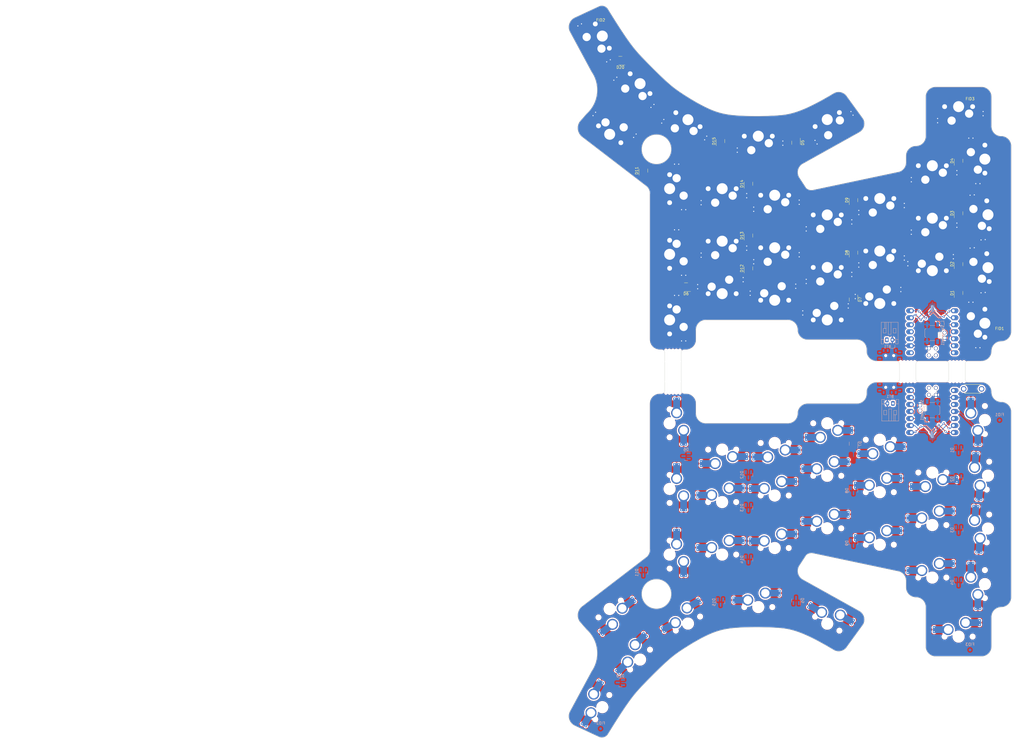
<source format=kicad_pcb>
(kicad_pcb (version 20221018) (generator pcbnew)
  (layers (0 "F.Cu" signal) (31 "B.Cu" signal) (34 "B.Paste" user) (35 "F.Paste" user) (36 "B.SilkS" user "B.Silkscreen") (37 "F.SilkS" user "F.Silkscreen") (38 "B.Mask" user) (39 "F.Mask" user) (44 "Edge.Cuts" user))
  (net 0 "")
  (net 1 "VBAT")
  (net 2 "GND")
  (net 3 "ROW1")
  (net 4 "ROW2")
  (net 5 "ROW3")
  (net 6 "ROW4")
  (net 7 "Net-(D11-A2)")
  (net 8 "ROW5")
  (net 9 "ROW0")
  (net 10 "VCC")
  (net 14 "RESET")
  (net 15 "BAT+")
  (net 16 "COL5")
  (net 17 "COL4")
  (net 18 "COL3")
  (net 19 "COL2")
  (net 20 "COL1")
  (net 21 "Net-(D1-A1)")
  (net 22 "Net-(D1-A2)")
  (net 23 "Net-(D2-A1)")
  (net 24 "Net-(D2-A2)")
  (net 25 "Net-(D3-A1)")
  (net 26 "Net-(D3-A2)")
  (net 27 "Net-(D4-A1)")
  (net 28 "Net-(D4-A2)")
  (net 29 "Net-(D6-A1)")
  (net 30 "Net-(D6-A2)")
  (net 31 "Net-(D7-A1)")
  (net 32 "Net-(D7-A2)")
  (net 33 "Net-(D8-A1)")
  (net 34 "Net-(D8-A2)")
  (net 35 "Net-(D9-A1)")
  (net 36 "Net-(D9-A2)")
  (net 37 "Net-(D11-A1)")
  (net 38 "Net-(D12-A1)")
  (net 39 "Net-(D12-A2)")
  (net 40 "Net-(D13-A1)")
  (net 41 "Net-(D13-A2)")
  (net 42 "Net-(D14-A1)")
  (net 43 "Net-(D14-A2)")
  (net 44 "Net-(D15-A1)")
  (net 45 "Net-(D15-A2)")
  (net 47 "Net-(D20-A1)")
  (net 48 "Net-(D20-A2)")
  (net 49 "COL0")
  (net 50 "Net-(D5-A1)")
  (net 51 "Net-(D5-A2)")
  (net 52 "L_VBAT")
  (net 54 "L_BAT+")
  (net 55 "L_RESET")
  (net 56 "L_ROW1")
  (net 57 "L_ROW2")
  (net 58 "L_ROW3")
  (net 59 "L_ROW4")
  (net 60 "L_ROW5")
  (net 61 "L_COL5")
  (net 62 "L_COL4")
  (net 63 "L_COL3")
  (net 64 "L_COL2")
  (net 65 "L_COL1")
  (net 66 "L_COL0")
  (net 67 "L_VCC")
  (footprint "pretty:breakaway-mousebites" (layer "F.Cu") (at 143.470433 149.423563)
    (fp_text reference "REF**" hide)
    (fp_text value "breakaway-mousebites" hide)
  )
  (footprint "pretty:xiao-ble-smd-cutout" (layer "F.Cu") (at 152.400128 131.087937 180)
    (fp_text reference "L_U1" hide)
    (fp_text value "xiao-ble" hide)
    (fp_line (start -4.699 -0.7488) (end -4.699 -1.7902) (stroke (width 0.12)) (layer "Edge.Cuts"))
    (fp_line (start -4.0132 -2.476) (end -2.413 -2.476) (stroke (width 0.12)) (layer "Edge.Cuts"))
    (fp_line (start -2.413 -0.063) (end -4.0132 -0.063) (stroke (width 0.12)) (layer "Edge.Cuts"))
    (fp_line (start -2.032 -2.095) (end -2.032 -0.444) (stroke (width 0.12)) (layer "Edge.Cuts"))
    (fp_line (start -1.524 -6.4638) (end -1.524 -8.1402) (stroke (width 0.12)) (layer "Edge.Cuts"))
    (fp_line (start -0.8382 -8.826) (end 0.8382 -8.826) (stroke (width 0.12)) (layer "Edge.Cuts"))
    (fp_line (start -0.8382 -5.778) (end 0.8382 -5.778) (stroke (width 0.12)) (layer "Edge.Cuts"))
    (fp_line (start 1.524 -6.4638) (end 1.524 -8.1402) (stroke (width 0.12)) (layer "Edge.Cuts"))
    (fp_arc (start -4.699 -0.7488) (mid -4.095391 -0.666609) (end -4.0132 -0.063) (stroke (width 0.12)) (layer "Edge.Cuts"))
    (fp_arc (start -4.0132 -2.476) (mid -4.095391 -1.872391) (end -4.699 -1.7902) (stroke (width 0.12)) (layer "Edge.Cuts"))
    (fp_arc (start -2.413 -2.476) (mid -2.143592 -2.364408) (end -2.032 -2.095) (stroke (width 0.12)) (layer "Edge.Cuts"))
    (fp_arc (start -2.032 -0.444) (mid -2.143592 -0.174592) (end -2.413 -0.063) (stroke (width 0.12)) (layer "Edge.Cuts"))
    (fp_arc (start -1.524 -6.4638) (mid -0.920391 -6.381609) (end -0.8382 -5.778) (stroke (width 0.12)) (layer "Edge.Cuts"))
    (fp_arc (start -0.8382 -8.826) (mid -0.920391 -8.222391) (end -1.524 -8.1402) (stroke (width 0.12)) (layer "Edge.Cuts"))
    (fp_arc (start 0.8382 -5.778) (mid 0.920391 -6.381609) (end 1.524 -6.4638) (stroke (width 0.12)) (layer "Edge.Cuts"))
    (fp_arc (start 1.524 -8.1402) (mid 0.920393 -8.222393) (end 0.8382 -8.826) (stroke (width 0.12)) (layer "Edge.Cuts"))
  )
  (footprint "pretty:MX-1U-Hotswap" (layer "F.Cu") (at 63.793996 236.96352 30)
    (fp_text reference "S43")
    (fp_text value "SW" hide)
  )
  (footprint "Package_TO_SOT_SMD:SOT-23" (layer "F.Cu") (at 161.925096 88.106353 90)
    (fp_text reference "D3")
    (fp_text value "BAV70")
  )
  (footprint "pretty:MX-1U-Hotswap" (layer "F.Cu") (at 114.300096 88.701653 180)
    (fp_text reference "L_S33")
    (fp_text value "SW" hide)
  )
  (footprint "pretty:MX-1U-Hotswap" (layer "F.Cu") (at 114.300096 107.751653 180)
    (fp_text reference "L_S23")
    (fp_text value "SW" hide)
  )
  (footprint "pretty:xiao-ble-smd-cutout" (layer "F.Cu") (at 152.400128 160.02012)
    (fp_text reference "U1" hide)
    (fp_text value "xiao-ble" hide)
    (fp_line (start -4.699 -0.7488) (end -4.699 -1.7902) (stroke (width 0.12)) (layer "Edge.Cuts"))
    (fp_line (start -4.0132 -2.476) (end -2.413 -2.476) (stroke (width 0.12)) (layer "Edge.Cuts"))
    (fp_line (start -2.413 -0.063) (end -4.0132 -0.063) (stroke (width 0.12)) (layer "Edge.Cuts"))
    (fp_line (start -2.032 -2.095) (end -2.032 -0.444) (stroke (width 0.12)) (layer "Edge.Cuts"))
    (fp_line (start -1.524 -6.4638) (end -1.524 -8.1402) (stroke (width 0.12)) (layer "Edge.Cuts"))
    (fp_line (start -0.8382 -8.826) (end 0.8382 -8.826) (stroke (width 0.12)) (layer "Edge.Cuts"))
    (fp_line (start -0.8382 -5.778) (end 0.8382 -5.778) (stroke (width 0.12)) (layer "Edge.Cuts"))
    (fp_line (start 1.524 -6.4638) (end 1.524 -8.1402) (stroke (width 0.12)) (layer "Edge.Cuts"))
    (fp_arc (start -4.699 -0.7488) (mid -4.095391 -0.666609) (end -4.0132 -0.063) (stroke (width 0.12)) (layer "Edge.Cuts"))
    (fp_arc (start -4.0132 -2.476) (mid -4.095391 -1.872391) (end -4.699 -1.7902) (stroke (width 0.12)) (layer "Edge.Cuts"))
    (fp_arc (start -2.413 -2.476) (mid -2.143592 -2.364408) (end -2.032 -2.095) (stroke (width 0.12)) (layer "Edge.Cuts"))
    (fp_arc (start -2.032 -0.444) (mid -2.143592 -0.174592) (end -2.413 -0.063) (stroke (width 0.12)) (layer "Edge.Cuts"))
    (fp_arc (start -1.524 -6.4638) (mid -0.920391 -6.381609) (end -0.8382 -5.778) (stroke (width 0.12)) (layer "Edge.Cuts"))
    (fp_arc (start -0.8382 -8.826) (mid -0.920391 -8.222391) (end -1.524 -8.1402) (stroke (width 0.12)) (layer "Edge.Cuts"))
    (fp_arc (start 0.8382 -5.778) (mid 0.920391 -6.381609) (end 1.524 -6.4638) (stroke (width 0.12)) (layer "Edge.Cuts"))
    (fp_arc (start 1.524 -8.1402) (mid 0.920393 -8.222393) (end 0.8382 -8.826) (stroke (width 0.12)) (layer "Edge.Cuts"))
  )
  (footprint "pretty:MX-1U-Hotswap" (layer "F.Cu") (at 172.576196 183.28552 85)
    (fp_text reference "S10")
    (fp_text value "SW" hide)
  )
  (footprint "pretty:breakaway-mousebites" (layer "F.Cu") (at 58.340674 153.590754)
    (fp_text reference "REF**" hide)
    (fp_text value "breakaway-mousebites" hide)
  )
  (footprint "pretty:MX-1U-Hotswap" (layer "F.Cu") (at 133.350096 170.25952 180)
    (fp_text reference "S12")
    (fp_text value "SW" hide)
  )
  (footprint "Package_TO_SOT_SMD:SOT-23" (layer "F.Cu") (at 161.925096 117.023553 90)
    (fp_text reference "D1")
    (fp_text value "BAV70")
  )
  (footprint "pretty:MX-1U-Hotswap" (layer "F.Cu") (at 152.400096 201.21582)
    (fp_text reference "S21")
    (fp_text value "SW" hide)
  )
  (footprint "pretty:MX-1U-Hotswap" (layer "F.Cu") (at 95.250096 171.45022 180)
    (fp_text reference "S14")
    (fp_text value "SW" hide)
  )
  (footprint "Fiducial:Fiducial_1mm_Mask2mm" (layer "F.Cu") (at 176.775194 127.927925 180)
    (fp_text reference "FID1")
    (fp_text value "Fiducial")
  )
  (footprint "pretty:MX-1U-Hotswap" (layer "F.Cu") (at 152.400096 220.26582)
    (fp_text reference "S31")
    (fp_text value "SW" hide)
  )
  (footprint "pretty:MX-1U-Hotswap" (layer "F.Cu") (at 57.150096 126.801653 -90)
    (fp_text reference "L_S2")
    (fp_text value "SW" hide)
  )
  (footprint "Package_TO_SOT_SMD:SOT-23" (layer "F.Cu") (at 161.925096 106.561053 90)
    (fp_text reference "D2")
    (fp_text value "BAV70")
  )
  (footprint "pretty:MX-1U-Hotswap" (layer "F.Cu") (at 152.400096 108.942253)
    (fp_text reference "L_S11")
    (fp_text value "SW" hide)
  )
  (footprint "pretty:MX-1U-Hotswap" (layer "F.Cu") (at 171.450096 222.64702 90)
    (fp_text reference "S30")
    (fp_text value "SW" hide)
  )
  (footprint "pretty:MX-1U-Hotswap" (layer "F.Cu") (at 76.200096 117.276653)
    (fp_text reference "L_S15")
    (fp_text value "SW" hide)
  )
  (footprint "pretty:MX-1U-Hotswap" (layer "F.Cu") (at 171.450096 163.11582 90)
    (fp_text reference "S0")
    (fp_text value "SW" hide)
  )
  (footprint "pretty:MX-1U-Hotswap" (layer "F.Cu") (at 89.296896 230.98152)
    (fp_text reference "S42")
    (fp_text value "SW" hide)
  )
  (footprint "Package_TO_SOT_SMD:SOT-23" (layer "F.Cu") (at 85.725096 108.093853 90)
    (fp_text reference "D12")
    (fp_text value "BAV70")
  )
  (footprint "pretty:MX-1U-Hotswap" (layer "F.Cu") (at 57.149996 211.93152 -90)
    (fp_text reference "S4")
    (fp_text value "SW" hide)
  )
  (footprint "pretty:MX-1U-Hotswap" (layer "F.Cu") (at 46.434396 250.03142 45)
    (fp_text reference "S44")
    (fp_text value "SW" hide)
  )
  (footprint "pretty:breakaway-mousebites" (layer "F.Cu") (at 161.329823 149.423563)
    (fp_text reference "REF**" hide)
    (fp_text value "breakaway-mousebites" hide)
  )
  (footprint "pretty:MX-1U-Hotswap" (layer "F.Cu") (at 32.742096 267.29562 60)
    (fp_text reference locked "S45")
    (fp_text value "SW" hide)
  )
  (footprint "pretty:breakaway-mousebites" (layer "F.Cu") (at 58.340674 141.684494 180)
    (fp_text reference "REF**" hide)
    (fp_text value "breakaway-mousebites" hide)
  )
  (footprint "pretty:MX-1U-Hotswap" (layer "F.Cu") (at 35.412796 231.66412 -143)
    (fp_text reference "S5")
    (fp_text value "SW" hide)
  )
  (footprint "pretty:MX-1U-Hotswap" (layer "F.Cu") (at 76.200096 211.93142)
    (fp_text reference "S35")
    (fp_text value "SW" hide)
  )
  (footprint "pretty:MX-1U-Hotswap" (layer "F.Cu") (at 95.250096 100.607853 180)
    (fp_text reference "L_S24")
    (fp_text value "SW" hide)
  )
  (footprint "pretty:MX-1U-Hotswap" (layer "F.Cu") (at 57.150096 102.989153 -90)
    (fp_text reference "L_S3")
    (fp_text value "SW" hide)
  )
  (footprint "Package_TO_SOT_SMD:SOT-23" (layer "F.Cu") (at 85.724996 96.187553 90)
    (fp_text reference "D13")
    (fp_text value "BAV70")
  )
  (footprint "Package_TO_SOT_SMD:SOT-23" (layer "F.Cu") (at 102.989096 62.507853 -90)
    (fp_text reference "D5")
    (fp_text value "BAV70")
  )
  (footprint "pretty:breakaway-mousebites" (layer "F.Cu") (at 161.329823 141.684494 180)
    (fp_text reference "REF**" hide)
    (fp_text value "breakaway-mousebites" hide)
  )
  (footprint "pretty:MX-1U-Hotswap" (layer "F.Cu") (at 114.300096 202.40642)
    (fp_text reference "S33")
    (fp_text value "SW" hide)
  )
  (footprint "Package_TO_SOT_SMD:SOT-23" (layer "F.Cu") (at 161.925096 69.056253 90)
    (fp_text reference "D4")
    (fp_text value "BAV70")
  )
  (footprint "pretty:PushSW" (layer "F.Cu") (at 167.009518 151.804815)
    (fp_text reference "S1" hide)
    (fp_text value "SW_Push")
  )
  (footprint "pretty:MX-1U-Hotswap" (layer "F.Cu") (at 171.450096 127.992253 90)
    (fp_text reference "L_S0")
    (fp_text value "SW" hide)
  )
  (footprint "pretty:MX-1U-Hotswap" (layer "F.Cu") (at 95.250096 190.50022)
    (fp_text reference "S24")
    (fp_text value "SW" hide)
  )
  (footprint "pretty:breakaway-mousebites" (layer "F.Cu") (at 58.340674 137.517303 180)
    (fp_text reference "REF**" hide)
    (fp_text value "breakaway-mousebites" hide)
  )
  (footprint "Package_TO_SOT_SMD:SOT-23" (layer "F.Cu") (at 123.825096 83.343853 90)
    (fp_text reference "D9")
    (fp_text value "BAV70")
  )
  (footprint "pretty:MX-1U-Hotswap" (layer "F.Cu") (at 76.200096 192.88142)
    (fp_text reference "S25")
    (fp_text value "SW" hide)
  )
  (footprint "pretty:breakaway-mousebites" (layer "F.Cu") (at 58.340674 149.423563)
    (fp_text reference "REF**" hide)
    (fp_text value "breakaway-mousebites" hide)
  )
  (footprint "pretty:MX-1U-Hotswap" (layer "F.Cu") (at 114.300096 183.35642)
    (fp_text reference "S23")
    (fp_text value "SW" hide)
  )
  (footprint "Fiducial:Fiducial_1mm_Mask2mm" (layer "F.Cu") (at 166.05956 44.584105 180)
    (fp_text reference "FID3")
    (fp_text value "Fiducial")
  )
  (footprint "pretty:MX-1U-Hotswap" (layer "F.Cu") (at 57.149996 79.176553 -90)
    (fp_text reference "L_S4")
    (fp_text value "SW" hide)
  )
  (footprint "Package_TO_SOT_SMD:SOT-23" (layer "F.Cu") (at 123.825104 119.404803 -90)
    (fp_text reference "D7")
    (fp_text value "BAV70")
  )
  (footprint "pretty:MX-1U-Hotswap" (layer "F.Cu") (at 152.400096 89.892253 180)
    (fp_text reference "L_S21")
    (fp_text value "SW" hide)
  )
  (footprint "pretty:MX-1U-Hotswap" (layer "F.Cu") (at 171.450096 68.461053 90)
    (fp_text reference "L_S30")
    (fp_text value "SW" hide)
  )
  (footprint "pretty:MX-1U-Hotswap" (layer "F.Cu") (at 95.250096 81.557853 180)
    (fp_text reference "L_S34")
    (fp_text value "SW" hide)
  )
  (footprint "pretty:MX-1U-Hotswap" (layer "F.Cu") (at 133.350096 189.30952)
    (fp_text reference "S22")
    (fp_text value "SW" hide)
  )
  (footprint "pretty:MX-1U-Hotswap" (layer "F.Cu") (at 161.925096 49.410953 180)
    (fp_text reference "L_S40")
    (fp_text value "SW" hide)
  )
  (footprint "pretty:MX-1U-Hotswap" (layer "F.Cu") (at 114.300096 126.801653)
    (fp_text reference "L_S13")
    (fp_text value "SW" hide)
  )
  (footprint "pretty:MX-1U-Hotswap" (layer "F.Cu") (at 89.296896 60.126553 180)
    (fp_text reference "L_S42")
    (fp_text value "SW" hide)
  )
  (footprint "Package_TO_SOT_SMD:SOT-23" (layer "F.Cu") (at 47.624996 72.628153 90)
    (fp_text reference "D11")
    (fp_text value "BAV70")
  )
  (footprint "pretty:MX-1U-Hotswap" (layer "F.Cu") (at 57.150096 164.30642 -90)
    (fp_text reference "S2")
    (fp_text value "SW" hide)
  )
  (footprint "pretty:MX-1U-Hotswap" (layer "F.Cu") (at 76.200096 79.176653 180)
    (fp_text reference "L_S35")
    (fp_text value "SW" hide)
  )
  (footprint "Package_TO_SOT_SMD:SOT-23" (layer "F.Cu") (at 123.825096 102.393853 90)
    (fp_text reference "D8")
    (fp_text value "BAV70")
  )
  (footprint "pretty:MX-1U-Hotswap" (layer "F.Cu") (at 114.299996 54.102353 -150)
    (fp_text reference locked "L_S41")
    (fp_text value "SW" hide)
  )
  (footprint "pretty:MX-1U-Hotswap" (layer "F.Cu") (at 76.200096 173.83142 180)
    (fp_text reference "S15")
    (fp_text value "SW" hide)
  )
  (footprint "Fiducial:Fiducial_1mm_Mask2mm" (layer "F.Cu") (at 32.114135 16.009081 180)
    (fp_text reference "FID2")
    (fp_text value "Fiducial")
  )
  (footprint "pretty:MX-1U-Hotswap" (layer "F.Cu") (at 95.250096 209.55022)
    (fp_text reference "S34")
    (fp_text value "SW" hide)
  )
  (footprint "pretty:MX-1U-Hotswap" (layer "F.Cu") (at 133.350096 208.35952)
    (fp_text reference "S32")
    (fp_text value "SW" hide)
  )
  (footprint "pretty:MX-1U-Hotswap" (layer "F.Cu") (at 35.412796 59.443953 -37)
    (fp_text reference "L_S5")
    (fp_text value "SW" hide)
  )
  (footprint "Package_TO_SOT_SMD:SOT-23" (layer "F.Cu") (at 63.103096 114.895353 180)
    (fp_text reference "D6")
    (fp_text value "BAV70")
  )
  (footprint "pretty:MX-1U-Hotswap" (layer "F.Cu") (at 172.576196 202.46832 85)
    (fp_text reference "S20")
    (fp_text value "SW" hide)
  )
  (footprint "pretty:MX-1U-Hotswap" (layer "F.Cu") (at 63.793996 54.144553 150)
    (fp_text reference "L_S43")
    (fp_text value "SW" hide)
  )
  (footprint "pretty:MX-1U-Hotswap" (layer "F.Cu") (at 32.742096 23.812453 120)
    (fp_text reference locked "L_S45")
    (fp_text value "SW" hide)
  )
  (footprint "pretty:MX-1U-Hotswap" (layer "F.Cu") (at 133.350096 82.748553 180)
    (fp_text reference "L_S32")
    (fp_text value "SW" hide)
  )
  (footprint "pretty:MX-1U-Hotswap" (layer "F.Cu") (at 133.350096 120.848553)
    (fp_text reference "L_S12")
    (fp_text value "SW" hide)
  )
  (footprint "pretty:MX-1U-Hotswap" (layer "F.Cu") (at 57.150096 188.11892 -90)
    (fp_text reference "S3")
    (fp_text value "SW" hide)
  )
  (footprint "pretty:MX-1U-Hotswap" (layer "F.Cu") (at 114.299996 237.00572 -30)
    (fp_text reference locked "S41")
    (fp_text value "SW" hide)
  )
  (footprint "pretty:MX-1U-Hotswap" (layer "F.Cu") (at 161.925096 241.69712)
    (fp_text reference "S40")
    (fp_text value "SW" hide)
  )
  (footprint "pretty:MX-1U-Hotswap" (layer "F.Cu") (at 133.350096 101.798553 180)
    (fp_text reference "L_S22")
    (fp_text value "SW" hide)
  )
  (footprint "pretty:MX-1U-Hotswap" (layer "F.Cu") (at 95.250096 119.657853)
    (fp_text reference "L_S14")
    (fp_text value "SW" hide)
  )
  (footprint "pretty:MX-1U-Hotswap" (layer "F.Cu") (at 152.400096 182.16582 180)
    (fp_text reference "S11")
    (fp_text value "SW" hide)
  )
  (footprint "pretty:MX-1U-Hotswap" (layer "F.Cu") (at 114.300096 164.30642 180)
    (fp_text reference "S13")
    (fp_text value "SW" hide)
  )
  (footprint "Package_TO_SOT_SMD:SOT-23" (layer "F.Cu") (at 85.724996 77.390653 90)
    (fp_text reference "D14")
    (fp_text value "BAV70")
  )
  (footprint "pretty:MX-1U-Hotswap" (layer "F.Cu") (at 172.576196 88.639753 95)
    (fp_text reference "L_S20")
    (fp_text value "SW" hide)
  )
  (footprint "pretty:MX-1U-Hotswap" (layer "F.Cu") (at 76.200096 98.226653 180)
    (fp_text reference "L_S25")
    (fp_text value "SW" hide)
  )
  (footprint "pretty:MX-1U-Hotswap" (layer "F.Cu") (at 152.400096 70.842253 180)
    (fp_text reference "L_S31")
    (fp_text value "SW" hide)
  )
  (footprint "Package_TO_SOT_SMD:SOT-23" (layer "F.Cu") (at 39.290596 32.742153 180)
    (fp_text reference "D20")
    (fp_text value "BAV70")
  )
  (footprint "pretty:breakaway-mousebites" (layer "F.Cu") (at 143.470433 141.684494 180)
    (fp_text reference "REF**" hide)
    (fp_text value "breakaway-mousebites" hide)
  )
  (footprint "Package_TO_SOT_SMD:SOT-23" (layer "F.Cu") (at 75.604696 61.912553 90)
    (fp_text reference "D15")
    (fp_text value "BAV70")
  )
  (footprint "pretty:MX-1U-Hotswap" (layer "F.Cu") (at 172.576196 107.822553 95)
    (fp_text reference "L_S10")
    (fp_text value "SW" hide)
  )
  (footprint "pretty:MX-1U-Hotswap" (layer "F.Cu") (at 46.434396 41.076653 135)
    (fp_text reference "L_S44")
    (fp_text value "SW" hide)
  )
  (footprint "Fiducial:Fiducial_1mm_Mask2mm" (layer "B.Cu") (at 32.114135 275.098992 180)
    (fp_text reference "FID2")
    (fp_text value "Fiducial")
  )
  (footprint "Package_TO_SOT_SMD:SOT-23" (layer "B.Cu") (at 161.925096 203.00172 -90)
    (fp_text reference "D3")
    (fp_text value "BAV70")
  )
  (footprint "sepp:switch-MSK-12C02-smd" (layer "B.Cu") (at 136.94699 141.089181 90)
    (fp_text reference "L_SW_bat1")
    (fp_text value "SW_SPDT")
  )
  (footprint "Fiducial:Fiducial_1mm_Mask2mm" (layer "B.Cu") (at 166.05956 246.523968 180)
    (fp_text reference "FID3")
    (fp_text value "Fiducial")
  )
  (footprint "Button_Switch_SMD:SW_SPST_TL3342" (layer "B.Cu") (at 152.400128 131.564173 90)
    (fp_text reference "L_SW_reset1")
    (fp_text value "SW_Push")
  )
  (footprint "Package_TO_SOT_SMD:SOT-23" (layer "B.Cu") (at 85.724996 194.92052 -90)
    (fp_text reference "D13")
    (fp_text value "BAV70")
  )
  (footprint "Package_TO_SOT_SMD:SOT-23" (layer "B.Cu") (at 102.989096 228.60022 90)
    (fp_text reference "D5")
    (fp_text value "BAV70")
  )
  (footprint "Connector_JST:JST_PH_S2B-PH-K_1x02_P2.00mm_Horizontal" (layer "B.Cu") (at 138.112616 157.093884 180)
    (fp_text reference "BT1")
    (fp_text value "Battery_Cell")
  )
  (footprint "Package_TO_SOT_SMD:SOT-23" (layer "B.Cu") (at 85.725096 183.01422 -90)
    (fp_text reference "D12")
    (fp_text value "BAV70")
  )
  (footprint "Package_TO_SOT_SMD:SOT-23" (layer "B.Cu") (at 85.724996 213.71742 -90)
    (fp_text reference "D14")
    (fp_text value "BAV70")
  )
  (footprint "Package_TO_SOT_SMD:SOT-23" (layer "B.Cu") (at 47.624996 218.47992 -90)
    (fp_text reference "D11")
    (fp_text value "BAV70")
  )
  (footprint "sepp:switch-MSK-12C02-smd" (layer "B.Cu") (at 136.950096 149.90712 -90)
    (fp_text reference "SW_bat1")
    (fp_text value "SW_SPDT")
  )
  (footprint "Package_TO_SOT_SMD:SOT-23" (layer "B.Cu") (at 75.604696 229.19552 -90)
    (fp_text reference "D15")
    (fp_text value "BAV70")
  )
  (footprint "Connector_JST:JST_PH_S2B-PH-K_1x02_P2.00mm_Horizontal" (layer "B.Cu") (at 135.92199 134.014173)
    (fp_text reference "L_BT1")
    (fp_text value "Battery_Cell")
  )
  (footprint "Package_TO_SOT_SMD:SOT-23" (layer "B.Cu") (at 39.290596 258.36592 180)
    (fp_text reference "D20")
    (fp_text value "BAV70")
  )
  (footprint "Package_TO_SOT_SMD:SOT-23" (layer "B.Cu") (at 63.103096 176.21272 180)
    (fp_text reference "D6")
    (fp_text value "BAV70")
  )
  (footprint "Package_TO_SOT_SMD:SOT-23" (layer "B.Cu") (at 161.925096 184.54702 -90)
    (fp_text reference "D2")
    (fp_text value "BAV70")
  )
  (footprint "Fiducial:Fiducial_1mm_Mask2mm" (layer "B.Cu") (at 176.775194 163.180148 180)
    (fp_text reference "FID1")
    (fp_text value "Fiducial")
  )
  (footprint "Package_TO_SOT_SMD:SOT-23" (layer "B.Cu") (at 161.925096 174.08452 -90)
    (fp_text reference "D1")
    (fp_text value "BAV70")
  )
  (footprint "Package_TO_SOT_SMD:SOT-23" (layer "B.Cu") (at 123.825096 188.71422 -90)
    (fp_text reference "D8")
    (fp_text value "BAV70")
  )
  (footprint "Package_TO_SOT_SMD:SOT-23" (layer "B.Cu") (at 161.925096 222.05182 -90)
    (fp_text reference "D4")
    (fp_text value "BAV70")
  )
  (footprint "Button_Switch_SMD:SW_SPST_TL3342" (layer "B.Cu") (at 152.400128 159.543884 -90)
    (fp_text reference "SW_reset1")
    (fp_text value "SW_Push")
  )
  (footprint "Package_TO_SOT_SMD:SOT-23" (layer "B.Cu") (at 123.825096 207.76422 -90)
    (fp_text reference "D9")
    (fp_text value "BAV70")
  )
  (footprint "Package_TO_SOT_SMD:SOT-23" (layer "B.Cu") (at 123.825104 171.70327 90)
    (fp_text reference "D7")
    (fp_text value "BAV70")
  )
  (gr_arc locked (start 180.975072 227.409616) (mid 179.928881 229.935287) (end 177.403194 230.981446) (stroke (width 0.16)) (layer "Edge.Cuts"))
  (gr_arc locked (start 158.353258 148.232937) (mid 158.004532 149.074837) (end 157.162632 149.423563) (stroke (width 0.1)) (layer "Edge.Cuts"))
  (gr_arc locked (start 157.162632 141.684494) (mid 158.004532 142.03322) (end 158.353258 142.87512) (stroke (width 0.1)) (layer "Edge.Cuts"))
  (gr_arc locked (start 142.875073 69.651621) (mid 142.200866 71.740145) (end 140.432724 73.040207) (stroke (width 0.16)) (layer "Edge.Cuts"))
  (gr_arc locked (start 153.590722 248.840883) (mid 151.064986 247.794735) (end 150.018797 245.269005) (stroke (width 0.16)) (layer "Edge.Cuts"))
  (gr_curve locked (pts (xy 47.046763 259.720287) (xy 44.318096 262.59762) (xy 42.234096 264.97862) (xy 34.939194 276.799194)) (stroke (width 0.16)) (layer "Edge.Cuts"))
  (gr_line locked (start 24.547192 54.861718) (end 27.114676 51.923427) (stroke (width 0.16)) (layer "Edge.Cuts"))
  (gr_arc locked (start 104.112506 75.083113) (mid 103.710163 72.379126) (end 105.337619 70.182581) (stroke (width 0.16)) (layer "Edge.Cuts"))
  (gr_arc locked (start 106.658861 212.137936) (mid 107.896456 211.473484) (end 109.301084 211.485054) (stroke (width 0.16)) (layer "Edge.Cuts"))
  (gr_line locked (start 158.353258 148.232937) (end 158.353258 142.87512) (stroke (width 0.1)) (layer "Edge.Cuts"))
  (gr_arc locked (start 177.403179 60.126644) (mid 179.928865 61.172802) (end 180.975057 63.698474) (stroke (width 0.16)) (layer "Edge.Cuts"))
  (gr_arc locked (start 54.173483 137.517303) (mid 55.015383 137.866029) (end 55.364109 138.707929) (stroke (width 0.1)) (layer "Edge.Cuts"))
  (gr_line locked (start 180.975057 63.698474) (end 180.975152 130.96886) (stroke (width 0.16)) (layer "Edge.Cuts"))
  (gr_curve locked (pts (xy 72.694748 50.73547) (xy 69.222081 49.34647) (xy 65.253081 46.96547) (xy 62.474914 45.179637)) (stroke (width 0.16)) (layer "Edge.Cuts"))
  (gr_curve locked (pts (xy 83.013248 52.71997) (xy 79.143748 52.52147) (xy 76.167414 52.12447) (xy 72.694748 50.73547)) (stroke (width 0.16)) (layer "Edge.Cuts"))
  (gr_line locked (start 25.654149 230.55069) (end 48.960066 212.671218) (stroke (width 0.16)) (layer "Edge.Cuts"))
  (gr_arc locked (start 109.301069 79.623036) (mid 107.896437 79.634605) (end 106.658846 78.970154) (stroke (width 0.16)) (layer "Edge.Cuts"))
  (gr_line locked (start 50.006245 80.962568) (end 50.006292 133.945425) (stroke (width 0.1)) (layer "Edge.Cuts"))
  (gr_arc locked (start 50.00626 210.145522) (mid 49.734336 211.51241) (end 48.960066 212.671218) (stroke (width 0.16)) (layer "Edge.Cuts"))
  (gr_line locked (start 48.960051 78.436872) (end 25.654134 60.5574) (stroke (width 0.16)) (layer "Edge.Cuts"))
  (gr_line locked (start 106.658846 78.970154) (end 104.112506 75.083113) (stroke (width 0.16)) (layer "Edge.Cuts"))
  (gr_arc locked (start 140.432739 218.067883) (mid 142.200884 219.367949) (end 142.875088 221.456469) (stroke (width 0.16)) (layer "Edge.Cuts"))
  (gr_line locked (start 61.317239 138.707929) (end 61.317239 152.400128) (stroke (width 0.1)) (layer "Edge.Cuts"))
  (gr_arc locked (start 177.403242 156.567352) (mid 174.877468 155.521216) (end 173.831317 152.995474) (stroke (width 0.16)) (layer "Edge.Cuts"))
  (gr_arc locked (start 107.156293 133.945472) (mid 104.630511 132.899343) (end 103.584415 130.373547) (stroke (width 0.16)) (layer "Edge.Cuts"))
  (gr_arc locked (start 140.493868 148.232937) (mid 140.145142 149.074837) (end 139.303242 149.423563) (stroke (width 0.1)) (layer "Edge.Cuts"))
  (gr_line locked (start 66.675024 160.734543) (end 66.675056 157.162632) (stroke (width 0.1)) (layer "Edge.Cuts"))
  (gr_line locked (start 170.259471 42.26716) (end 153.590707 42.267207) (stroke (width 0.16)) (layer "Edge.Cuts"))
  (gr_arc locked (start 61.317239 138.707929) (mid 61.665965 137.866029) (end 62.507865 137.517303) (stroke (width 0.1)) (layer "Edge.Cuts"))
  (gr_curve locked (pts (xy 62.474929 245.928453) (xy 59.696763 247.714287) (xy 58.109429 248.904953) (xy 55.629096 251.18712)) (stroke (width 0.16)) (layer "Edge.Cuts"))
  (gr_arc locked (start 180.975152 130.96886) (mid 179.928963 133.494582) (end 177.403227 134.540738) (stroke (width 0.16)) (layer "Edge.Cuts"))
  (gr_line locked (start 100.012552 164.306468) (end 70.246949 164.306421) (stroke (width 0.16)) (layer "Edge.Cuts"))
  (gr_arc locked (start 173.831316 234.553371) (mid 174.877499 232.027672) (end 177.403194 230.981446) (stroke (width 0.16)) (layer "Edge.Cuts"))
  (gr_line locked (start 28.864348 254.285989) (end 21.125145 268.642516) (stroke (width 0.16)) (layer "Edge.Cuts"))
  (gr_curve locked (pts (xy 62.474914 45.179637) (xy 59.696748 43.393803) (xy 58.109414 42.203137) (xy 55.629081 39.92097)) (stroke (width 0.16)) (layer "Edge.Cuts"))
  (gr_circle locked (center 52.387497 64.889117) (end 57.745314 64.889117) (stroke (width 0.16)) (fill none) (layer "Edge.Cuts"))
  (gr_arc locked (start 147.637624 149.423563) (mid 146.795724 149.074837) (end 146.446998 148.232937) (stroke (width 0.1)) (layer "Edge.Cuts"))
  (gr_line locked (start 54.173483 137.517303) (end 53.57817 137.517303) (stroke (width 0.1)) (layer "Edge.Cuts"))
  (gr_line locked (start 128.587561 138.112569) (end 128.587561 137.517303) (stroke (width 0.16)) (layer "Edge.Cuts"))
  (gr_line locked (start 121.52788 245.216529) (end 127.272811 237.303844) (stroke (width 0.16)) (layer "Edge.Cuts"))
  (gr_line locked (start 54.173483 153.590754) (end 53.57817 153.590754) (stroke (width 0.1)) (layer "Edge.Cuts"))
  (gr_arc locked (start 170.259392 149.423596) (mid 172.785143 150.469735) (end 173.831317 152.995474) (stroke (width 0.16)) (layer "Edge.Cuts"))
  (gr_arc locked (start 53.57817 137.517303) (mid 51.052471 136.471124) (end 50.006292 133.945425) (stroke (width 0.1)) (layer "Edge.Cuts"))
  (gr_arc locked (start 128.587576 153.590787) (mid 127.541366 156.116448) (end 125.015698 157.162712) (stroke (width 0.16)) (layer "Edge.Cuts"))
  (gr_arc locked (start 70.246949 164.306421) (mid 67.721276 163.260221) (end 66.675024 160.734543) (stroke (width 0.16)) (layer "Edge.Cuts"))
  (gr_line locked (start 22.790864 274.006712) (end 31.469291 278.042331) (stroke (width 0.16)) (layer "Edge.Cuts"))
  (gr_line locked (start 62.507865 137.517303) (end 63.103178 137.517303) (stroke (width 0.1)) (layer "Edge.Cuts"))
  (gr_arc locked (start 21.12513 22.465574) (mid 20.769162 19.414315) (end 22.790849 17.101378) (stroke (width 0.16)) (layer "Edge.Cuts"))
  (gr_line locked (start 125.965357 58.683545) (end 105.337619 70.182581) (stroke (width 0.16)) (layer "Edge.Cuts"))
  (gr_arc locked (start 142.874979 67.270353) (mid 143.921209 64.744671) (end 146.446904 63.698475) (stroke (width 0.16)) (layer "Edge.Cuts"))
  (gr_line locked (start 70.246934 126.801669) (end 100.012537 126.801622) (stroke (width 0.16)) (layer "Edge.Cuts"))
  (gr_line locked (start 121.44382 157.162618) (end 107.156308 157.162618) (stroke (width 0.16)) (layer "Edge.Cuts"))
  (gr_line locked (start 21.12513 22.465574) (end 28.864333 36.822101) (stroke (width 0.16)) (layer "Edge.Cuts"))
  (gr_arc locked (start 63.103178 153.590754) (mid 65.628877 154.636933) (end 66.675056 157.162632) (stroke (width 0.1)) (layer "Edge.Cuts"))
  (gr_arc locked (start 132.159439 141.684494) (mid 129.633745 140.638277) (end 128.587561 138.112569) (stroke (width 0.16)) (layer "Edge.Cuts"))
  (gr_arc locked (start 146.446919 227.409615) (mid 148.972646 228.455765) (end 150.018844 230.981493) (stroke (width 0.16)) (layer "Edge.Cuts"))
  (gr_line locked (start 31.469276 13.065759) (end 22.790849 17.101378) (stroke (width 0.16)) (layer "Edge.Cuts"))
  (gr_line locked (start 153.590722 248.840883) (end 170.259486 248.84093) (stroke (width 0.16)) (layer "Edge.Cuts"))
  (gr_arc locked (start 164.306388 142.87512) (mid 164.655114 142.03322) (end 165.497014 141.684494) (stroke (width 0.1)) (layer "Edge.Cuts"))
  (gr_line locked (start 121.44382 157.162618) (end 125.015698 157.162712) (stroke (width 0.16)) (layer "Edge.Cuts"))
  (gr_line locked (start 125.015683 133.945378) (end 121.443805 133.945472) (stroke (width 0.16)) (layer "Edge.Cuts"))
  (gr_arc locked (start 100.012537 126.801622) (mid 102.538266 127.847804) (end 103.584415 130.373547) (stroke (width 0.16)) (layer "Edge.Cuts"))
  (gr_line locked (start 27.114691 239.184663) (end 24.547207 236.246372) (stroke (width 0.16)) (layer "Edge.Cuts"))
  (gr_line locked (start 180.975167 160.13923) (end 180.975072 227.409616) (stroke (width 0.16)) (layer "Edge.Cuts"))
  (gr_arc locked (start 170.259471 42.26716) (mid 172.785197 43.313346) (end 173.831349 45.839085) (stroke (width 0.16)) (layer "Edge.Cuts"))
  (gr_arc locked (start 25.654134 60.5574) (mid 23.930064 57.937062) (end 24.547192 54.861718) (stroke (width 0.16)) (layer "Edge.Cuts"))
  (gr_arc locked (start 27.114691 239.184663) (mid 30.821426 246.407218) (end 28.864348 254.285989) (stroke (width 0.16)) (layer "Edge.Cuts"))
  (gr_line locked (start 150.018829 60.126597) (end 150.018782 45.839085) (stroke (width 0.16)) (layer "Edge.Cuts"))
  (gr_line locked (start 164.306388 142.87512) (end 164.306388 148.232937) (stroke (width 0.1)) (layer "Edge.Cuts"))
  (gr_line locked (start 150.018797 245.269005) (end 150.018844 230.981493) (stroke (width 0.16)) (layer "Edge.Cuts"))
  (gr_arc locked (start 103.58443 160.734543) (mid 104.630529 158.208744) (end 107.156308 157.162618) (stroke (width 0.16)) (layer "Edge.Cuts"))
  (gr_curve locked (pts (xy 55.629081 39.92097) (xy 53.148748 37.638803) (xy 49.775414 34.265137) (xy 47.046748 31.387803)) (stroke (width 0.16)) (layer "Edge.Cuts"))
  (gr_line locked (start 55.364109 138.707929) (end 55.364109 152.400128) (stroke (width 0.1)) (layer "Edge.Cuts"))
  (gr_line locked (start 173.831364 245.269005) (end 173.831316 234.553371) (stroke (width 0.16)) (layer "Edge.Cuts"))
  (gr_curve locked (pts (xy 47.046748 31.387803) (xy 44.318081 28.51047) (xy 42.234081 26.12947) (xy 34.939179 14.308896)) (stroke (width 0.16)) (layer "Edge.Cuts"))
  (gr_line locked (start 142.875088 221.456469) (end 142.874994 223.837737) (stroke (width 0.16)) (layer "Edge.Cuts"))
  (gr_line locked (start 107.156293 133.945472) (end 121.443805 133.945472) (stroke (width 0.16)) (layer "Edge.Cuts"))
  (gr_line locked (start 50.006292 157.162632) (end 50.00626 210.145522) (stroke (width 0.1)) (layer "Edge.Cuts"))
  (gr_curve locked (pts (xy 72.694763 240.37262) (xy 69.222096 241.76162) (xy 65.253096 244.14262) (xy 62.474929 245.928453)) (stroke (width 0.16)) (layer "Edge.Cuts"))
  (gr_arc locked (start 121.52788 245.216529) (mid 119.358946 246.880567) (end 116.648596 246.52362) (stroke (width 0.16)) (layer "Edge.Cuts"))
  (gr_line locked (start 157.162632 141.684494) (end 147.637624 141.684494) (stroke (width 0.1)) (layer "Edge.Cuts"))
  (gr_arc locked (start 173.831302 138.112616) (mid 172.785129 140.638354) (end 170.259377 141.684494) (stroke (width 0.16)) (layer "Edge.Cuts"))
  (gr_line locked (start 109.301084 211.485054) (end 140.432739 218.067883) (stroke (width 0.16)) (layer "Edge.Cuts"))
  (gr_arc locked (start 177.403179 60.126644) (mid 174.877489 59.080423) (end 173.831301 56.554719) (stroke (width 0.16)) (layer "Edge.Cuts"))
  (gr_line locked (start 127.272796 53.804246) (end 121.527865 45.891561) (stroke (width 0.16)) (layer "Edge.Cuts"))
  (gr_arc locked (start 31.469276 13.065759) (mid 33.459482 12.974849) (end 34.939179 14.308896) (stroke (width 0.16)) (layer "Edge.Cuts"))
  (gr_circle locked (center 52.387512 226.218973) (end 57.745329 226.218973) (stroke (width 0.16)) (fill none) (layer "Edge.Cuts"))
  (gr_arc locked (start 55.364109 152.400128) (mid 55.015383 153.242028) (end 54.173483 153.590754) (stroke (width 0.1)) (layer "Edge.Cuts"))
  (gr_arc locked (start 139.303242 141.684494) (mid 140.145142 142.03322) (end 140.493868 142.87512) (stroke (width 0.1)) (layer "Edge.Cuts"))
  (gr_arc locked (start 24.547207 236.246372) (mid 23.930079 233.171029) (end 25.654149 230.55069) (stroke (width 0.16)) (layer "Edge.Cuts"))
  (gr_arc locked (start 173.831302 138.112616) (mid 174.877462 135.586865) (end 177.403227 134.540738) (stroke (width 0.16)) (layer "Edge.Cuts"))
  (gr_arc locked (start 127.272796 53.804246) (mid 127.629586 56.514668) (end 125.965357 58.683545) (stroke (width 0.16)) (layer "Edge.Cuts"))
  (gr_line locked (start 62.507865 153.590754) (end 63.103178 153.590754) (stroke (width 0.1)) (layer "Edge.Cuts"))
  (gr_arc locked (start 146.446998 142.87512) (mid 146.795724 142.03322) (end 147.637624 141.684494) (stroke (width 0.1)) (layer "Edge.Cuts"))
  (gr_line locked (start 173.831301 56.554719) (end 173.831349 45.839085) (stroke (width 0.16)) (layer "Edge.Cuts"))
  (gr_line locked (start 140.493868 148.232937) (end 140.493868 142.87512) (stroke (width 0.1)) (layer "Edge.Cuts"))
  (gr_curve locked (pts (xy 116.648596 246.52362) (xy 104.742096 239.38062) (xy 100.575096 238.78512) (xy 96.110263 238.48737)) (stroke (width 0.16)) (layer "Edge.Cuts"))
  (gr_arc locked (start 62.507865 153.590754) (mid 61.665965 153.242028) (end 61.317239 152.400128) (stroke (width 0.1)) (layer "Edge.Cuts"))
  (gr_arc locked (start 103.58443 160.734543) (mid 102.538292 163.260275) (end 100.012552 164.306468) (stroke (width 0.16)) (layer "Edge.Cuts"))
  (gr_line locked (start 66.675009 130.373547) (end 66.675056 133.945425) (stroke (width 0.1)) (layer "Edge.Cuts"))
  (gr_arc locked (start 165.497014 149.423563) (mid 164.655114 149.074837) (end 164.306388 148.232937) (stroke (width 0.1)) (layer "Edge.Cuts"))
  (gr_line locked (start 170.259377 141.684494) (end 165.497014 141.684494) (stroke (width 0.1)) (layer "Edge.Cuts"))
  (gr_curve locked (pts (xy 83.013263 238.38812) (xy 79.143763 238.58662) (xy 76.167429 238.98362) (xy 72.694763 240.37262)) (stroke (width 0.16)) (layer "Edge.Cuts"))
  (gr_arc locked (start 150.018829 60.126597) (mid 148.972639 62.652318) (end 146.446904 63.698475) (stroke (width 0.16)) (layer "Edge.Cuts"))
  (gr_arc locked (start 116.648581 44.58447) (mid 119.35892 44.22752) (end 121.527865 45.891561) (stroke (width 0.16)) (layer "Edge.Cuts"))
  (gr_line locked (start 165.497014 149.423563) (end 170.259392 149.423596) (stroke (width 0.1)) (layer "Edge.Cuts"))
  (gr_line locked (start 142.874979 67.270353) (end 142.875073 69.651621) (stroke (width 0.16)) (layer "Edge.Cuts"))
  (gr_line locked (start 105.337634 220.925509) (end 125.965372 232.424545) (stroke (width 0.16)) (layer "Edge.Cuts"))
  (gr_arc locked (start 105.337634 220.925509) (mid 103.710179 218.728969) (end 104.112521 216.024977) (stroke (width 0.16)) (layer "Edge.Cuts"))
  (gr_arc locked (start 125.965372 232.424545) (mid 127.629599 234.593413) (end 127.272811 237.303844) (stroke (width 0.16)) (layer "Edge.Cuts"))
  (gr_arc locked (start 150.018782 45.839085) (mid 151.064967 43.313359) (end 153.590707 42.267207) (stroke (width 0.16)) (layer "Edge.Cuts"))
  (gr_arc locked (start 66.675009 130.373547) (mid 67.721252 127.847878) (end 70.246934 126.801669) (stroke (width 0.16)) (layer "Edge.Cuts"))
  (gr_curve locked (pts (xy 96.110248 52.62072) (xy 91.645414 52.91847) (xy 86.882748 52.91847) (xy 83.013248 52.71997)) (stroke (width 0.16)) (layer "Edge.Cuts"))
  (gr_line locked (start 140.432724 73.040207) (end 109.301069 79.623036) (stroke (width 0.16)) (layer "Edge.Cuts"))
  (gr_arc locked (start 22.790864 274.006712) (mid 20.769176 271.693774) (end 21.125145 268.642516) (stroke (width 0.16)) (layer "Edge.Cuts"))
  (gr_arc locked (start 50.006292 157.162632) (mid 51.052471 154.636933) (end 53.57817 153.590754) (stroke (width 0.1)) (layer "Edge.Cuts"))
  (gr_curve locked (pts (xy 55.629096 251.18712) (xy 53.148763 253.469287) (xy 49.775429 256.842953) (xy 47.046763 259.720287)) (stroke (width 0.16)) (layer "Edge.Cuts"))
  (gr_curve locked (pts (xy 116.648581 44.58447) (xy 104.742081 51.72747) (xy 100.575081 52.32297) (xy 96.110248 52.62072)) (stroke (width 0.16)) (layer "Edge.Cuts"))
  (gr_arc locked (start 128.587576 152.995521) (mid 129.633768 150.469805) (end 132.159454 149.423596) (stroke (width 0.16)) (layer "Edge.Cuts"))
  (gr_curve locked (pts (xy 96.110263 238.48737) (xy 91.645429 238.18962) (xy 86.882763 238.18962) (xy 83.013263 238.38812)) (stroke (width 0.16)) (layer "Edge.Cuts"))
  (gr_arc locked (start 34.939194 276.799194) (mid 33.459497 278.133241) (end 31.469291 278.042331) (stroke (width 0.16)) (layer "Edge.Cuts"))
  (gr_arc locked (start 177.403242 156.567352) (mid 179.928976 157.613506) (end 180.975167 160.13923) (stroke (width 0.16)) (layer "Edge.Cuts"))
  (gr_line locked (start 147.637624 149.423563) (end 157.162632 149.423563) (stroke (width 0.1)) (layer "Edge.Cuts"))
  (gr_line locked (start 104.112521 216.024977) (end 106.658861 212.137936) (stroke (width 0.16)) (layer "Edge.Cuts"))
  (gr_line locked (start 132.159454 149.423596) (end 139.303242 149.423563) (stroke (width 0.1)) (layer "Edge.Cuts"))
  (gr_line locked (start 128.587576 153.590787) (end 128.587576 152.995521) (stroke (width 0.16)) (layer "Edge.Cuts"))
  (gr_arc locked (start 146.446919 227.409615) (mid 143.921238 226.363433) (end 142.874994 223.837737) (stroke (width 0.16)) (layer "Edge.Cuts"))
  (gr_arc locked (start 48.960051 78.436872) (mid 49.734321 79.595679) (end 50.006245 80.962568) (stroke (width 0.16)) (layer "Edge.Cuts"))
  (gr_arc locked (start 173.831364 245.269005) (mid 172.785212 247.794744) (end 170.259486 248.84093) (stroke (width 0.16)) (layer "Edge.Cuts"))
  (gr_line locked (start 139.303242 141.684494) (end 132.159439 141.684494) (stroke (width 0.1)) (layer "Edge.Cuts"))
  (gr_arc locked (start 28.864333 36.822101) (mid 30.821411 44.700872) (end 27.114676 51.923427) (stroke (width 0.16)) (layer "Edge.Cuts"))
  (gr_arc locked (start 66.675056 133.945425) (mid 65.628877 136.471124) (end 63.103178 137.517303) (stroke (width 0.1)) (layer "Edge.Cuts"))
  (gr_line locked (start 146.446998 142.87512) (end 146.446998 148.232937) (stroke (width 0.1)) (layer "Edge.Cuts"))
  (gr_arc locked (start 125.015683 133.945378) (mid 127.54134 134.991632) (end 128.587561 137.517303) (stroke (width 0.16)) (layer "Edge.Cuts"))
  (segment locked (start 146.931628 154.55162) (end 146.931628 160.127068) (width 0.25) (layer "F.Cu") (net 3))
  (segment locked (start 153.300128 166.495568) (end 153.300128 167.428266) (width 0.25) (layer "F.Cu") (net 3))
  (segment locked (start 146.931628 160.127068) (end 153.300128 166.495568) (width 0.25) (layer "F.Cu") (net 3))
  (segment locked (start 144.780128 152.40012) (end 146.931628 154.55162) (width 0.25) (layer "F.Cu") (net 3))
  (segment locked (start 144.780128 154.94012) (end 146.481628 156.64162) (width 0.25) (layer "F.Cu") (net 4))
  (segment locked (start 146.481628 156.64162) (end 146.481628 160.313464) (width 0.25) (layer "F.Cu") (net 4))
  (segment locked (start 146.481628 160.313464) (end 152.850128 166.681964) (width 0.25) (layer "F.Cu") (net 4))
  (segment locked (start 152.850128 166.681964) (end 152.850128 168.023579) (width 0.25) (layer "F.Cu") (net 4))
  (segment locked (start 144.780128 157.48012) (end 146.005128 158.70512) (width 0.25) (layer "F.Cu") (net 5))
  (segment locked (start 152.400128 166.86836) (end 152.400128 169.068892) (width 0.25) (layer "F.Cu") (net 5))
  (segment locked (start 146.005128 158.70512) (end 146.005128 160.47336) (width 0.25) (layer "F.Cu") (net 5))
  (segment locked (start 146.005128 160.47336) (end 152.400128 166.86836) (width 0.25) (layer "F.Cu") (net 5))
  (segment locked (start 144.780128 160.02012) (end 144.915492 160.02012) (width 0.25) (layer "F.Cu") (net 6))
  (segment locked (start 151.950128 167.054756) (end 151.950128 168.473579) (width 0.25) (layer "F.Cu") (net 6))
  (segment locked (start 144.915492 160.02012) (end 150.503288 165.607916) (width 0.25) (layer "F.Cu") (net 6))
  (segment locked (start 151.693914 166.798542) (end 151.950128 167.054756) (width 0.25) (layer "F.Cu") (net 6))
  (segment locked (start 150.503288 165.607916) (end 151.693914 166.798542) (width 0.25) (layer "F.Cu") (net 6))
  (segment locked (start 151.500128 167.241152) (end 151.500128 167.878266) (width 0.25) (layer "F.Cu") (net 8))
  (segment locked (start 144.780128 162.56012) (end 146.819096 162.56012) (width 0.25) (layer "F.Cu") (net 8))
  (segment locked (start 150.780403 166.521427) (end 151.500128 167.241152) (width 0.25) (layer "F.Cu") (net 8))
  (segment locked (start 146.819096 162.56012) (end 150.780403 166.521427) (width 0.25) (layer "F.Cu") (net 8))
  (segment locked (start 151.500128 168.764205) (end 151.500128 170.259518) (width 0.25) (layer "B.Cu") (net 16))
  (segment locked (start 148.191854 167.282953) (end 150.018876 167.282953) (width 0.25) (layer "B.Cu") (net 16))
  (segment locked (start 144.780128 165.10012) (end 146.009021 165.10012) (width 0.25) (layer "B.Cu") (net 16))
  (segment locked (start 150.018876 167.282953) (end 151.500128 168.764205) (width 0.25) (layer "B.Cu") (net 16))
  (segment locked (start 146.009021 165.10012) (end 148.191854 167.282953) (width 0.25) (layer "B.Cu") (net 16))
  (segment locked (start 146.446998 167.282953) (end 148.232937 165.497014) (width 0.25) (layer "F.Cu") (net 17))
  (via locked (at 146.446998 167.282953) (size 0.8) (drill 0.4) (layers "F.Cu" "B.Cu") (net 17))
  (via locked (at 148.232937 165.497014) (size 0.8) (drill 0.4) (layers "F.Cu" "B.Cu") (net 17))
  (segment locked (start 151.950128 167.428266) (end 151.950128 170.259518) (width 0.25) (layer "B.Cu") (net 17))
  (segment locked (start 146.089831 167.64012) (end 146.446998 167.282953) (width 0.25) (layer "B.Cu") (net 17))
  (segment locked (start 144.780128 167.64012) (end 146.089831 167.64012) (width 0.25) (layer "B.Cu") (net 17))
  (segment locked (start 148.232937 165.497014) (end 150.018876 165.497014) (width 0.25) (layer "B.Cu") (net 17))
  (segment locked (start 150.018876 165.497014) (end 151.950128 167.428266) (width 0.25) (layer "B.Cu") (net 17))
  (segment locked (start 157.162632 167.282953) (end 154.78138 164.901701) (width 0.25) (layer "F.Cu") (net 18))
  (via locked (at 157.162632 167.282953) (size 0.8) (drill 0.4) (layers "F.Cu" "B.Cu") (net 18))
  (via locked (at 154.78138 164.901701) (size 0.8) (drill 0.4) (layers "F.Cu" "B.Cu") (net 18))
  (segment locked (start 160.020128 167.64012) (end 157.519799 167.64012) (width 0.25) (layer "B.Cu") (net 18))
  (segment locked (start 154.78138 164.901701) (end 152.400128 167.282953) (width 0.25) (layer "B.Cu") (net 18))
  (segment locked (start 152.400128 167.282953) (end 152.400128 170.854831) (width 0.25) (layer "B.Cu") (net 18))
  (segment locked (start 157.519799 167.64012) (end 157.162632 167.282953) (width 0.25) (layer "B.Cu") (net 18))
  (segment locked (start 158.353258 166.092327) (end 156.567319 164.306388) (width 0.25) (layer "F.Cu") (net 19))
  (via locked (at 158.353258 166.092327) (size 0.8) (drill 0.4) (layers "F.Cu" "B.Cu") (net 19))
  (via locked (at 156.567319 164.306388) (size 0.8) (drill 0.4) (layers "F.Cu" "B.Cu") (net 19))
  (segment locked (start 159.027921 166.092327) (end 160.020128 165.10012) (width 0.25) (layer "B.Cu") (net 19))
  (segment locked (start 152.850128 168.023579) (end 152.850128 170.259518) (width 0.25) (layer "B.Cu") (net 19))
  (segment locked (start 156.567319 164.306388) (end 154.78138 166.092327) (width 0.25) (layer "B.Cu") (net 19))
  (segment locked (start 154.78138 166.092327) (end 152.850128 168.023579) (width 0.25) (layer "B.Cu") (net 19))
  (segment locked (start 158.353258 166.092327) (end 159.027921 166.092327) (width 0.25) (layer "B.Cu") (net 19))
  (segment locked (start 160.020128 162.56012) (end 153.300128 169.28012) (width 0.25) (layer "B.Cu") (net 20))
  (segment locked (start 153.300128 169.28012) (end 153.300128 169.968892) (width 0.25) (layer "B.Cu") (net 20))
  (segment (start 162.004396 160.02012) (end 168.910096 166.92582) (width 0.25) (layer "B.Cu") (net 49))
  (segment locked (start 160.020128 160.02012) (end 162.004396 160.02012) (width 0.25) (layer "B.Cu") (net 49))
  (segment locked (start 157.868628 136.556437) (end 157.868628 130.980989) (width 0.25) (layer "F.Cu") (net 56))
  (segment locked (start 160.020128 138.707937) (end 157.868628 136.556437) (width 0.25) (layer "F.Cu") (net 56))
  (segment locked (start 157.868628 130.980989) (end 151.500128 124.612489) (width 0.25) (layer "F.Cu") (net 56))
  (segment locked (start 151.500128 124.612489) (end 151.500128 123.679791) (width 0.25) (layer "F.Cu") (net 56))
  (segment locked (start 158.318628 134.466437) (end 158.318628 130.794593) (width 0.25) (layer "F.Cu") (net 57))
  (segment locked (start 151.950128 124.426093) (end 151.950128 123.084478) (width 0.25) (layer "F.Cu") (net 57))
  (segment locked (start 158.318628 130.794593) (end 151.950128 124.426093) (width 0.25) (layer "F.Cu") (net 57))
  (segment locked (start 160.020128 136.167937) (end 158.318628 134.466437) (width 0.25) (layer "F.Cu") (net 57))
  (segment locked (start 160.020128 133.627937) (end 158.795128 132.402937) (width 0.25) (layer "F.Cu") (net 58))
  (segment locked (start 152.400128 124.239697) (end 152.400128 122.039165) (width 0.25) (layer "F.Cu") (net 58))
  (segment locked (start 158.795128 130.634697) (end 152.400128 124.239697) (width 0.25) (layer "F.Cu") (net 58))
  (segment locked (start 158.795128 132.402937) (end 158.795128 130.634697) (width 0.25) (layer "F.Cu") (net 58))
  (segment locked (start 154.296968 125.500141) (end 153.106342 124.309515) (width 0.25) (layer "F.Cu") (net 59))
  (segment locked (start 152.850128 124.053301) (end 152.850128 122.634478) (width 0.25) (layer "F.Cu") (net 59))
  (segment locked (start 159.884764 131.087937) (end 154.296968 125.500141) (width 0.25) (layer "F.Cu") (net 59))
  (segment locked (start 160.020128 131.087937) (end 159.884764 131.087937) (width 0.25) (layer "F.Cu") (net 59))
  (segment locked (start 153.106342 124.309515) (end 152.850128 124.053301) (width 0.25) (layer "F.Cu") (net 59))
  (segment locked (start 154.019853 124.58663) (end 153.300128 123.866905) (width 0.25) (layer "F.Cu") (net 60))
  (segment locked (start 153.300128 123.866905) (end 153.300128 123.229791) (width 0.25) (layer "F.Cu") (net 60))
  (segment locked (start 157.98116 128.547937) (end 154.019853 124.58663) (width 0.25) (layer "F.Cu") (net 60))
  (segment locked (start 160.020128 128.547937) (end 157.98116 128.547937) (width 0.25) (layer "F.Cu") (net 60))
  (segment locked (start 158.791235 126.007937) (end 156.608402 123.825104) (width 0.25) (layer "B.Cu") (net 61))
  (segment locked (start 153.300128 122.343852) (end 153.300128 120.848539) (width 0.25) (layer "B.Cu") (net 61))
  (segment locked (start 156.608402 123.825104) (end 154.78138 123.825104) (width 0.25) (layer "B.Cu") (net 61))
  (segment locked (start 160.020128 126.007937) (end 158.791235 126.007937) (width 0.25) (layer "B.Cu") (net 61))
  (segment locked (start 154.78138 123.825104) (end 153.300128 122.343852) (width 0.25) (layer "B.Cu") (net 61))
  (segment locked (start 158.353258 123.825104) (end 156.567319 125.611043) (width 0.25) (layer "F.Cu") (net 62))
  (via locked (at 158.353258 123.825104) (size 0.8) (drill 0.4) (layers "F.Cu" "B.Cu") (net 62))
  (via locked (at 156.567319 125.611043) (size 0.8) (drill 0.4) (layers "F.Cu" "B.Cu") (net 62))
  (segment locked (start 154.78138 125.611043) (end 152.850128 123.679791) (width 0.25) (layer "B.Cu") (net 62))
  (segment locked (start 158.710425 123.467937) (end 158.353258 123.825104) (width 0.25) (layer "B.Cu") (net 62))
  (segment locked (start 152.850128 123.679791) (end 152.850128 120.848539) (width 0.25) (layer "B.Cu") (net 62))
  (segment locked (start 160.020128 123.467937) (end 158.710425 123.467937) (width 0.25) (layer "B.Cu") (net 62))
  (segment locked (start 156.567319 125.611043) (end 154.78138 125.611043) (width 0.25) (layer "B.Cu") (net 62))
  (segment locked (start 147.637624 123.825104) (end 150.018876 126.206356) (width 0.25) (layer "F.Cu") (net 63))
  (via locked (at 147.637624 123.825104) (size 0.8) (drill 0.4) (layers "F.Cu" "B.Cu") (net 63))
  (via locked (at 150.018876 126.206356) (size 0.8) (drill 0.4) (layers "F.Cu" "B.Cu") (net 63))
  (segment locked (start 144.780128 123.467937) (end 147.280457 123.467937) (width 0.25) (layer "B.Cu") (net 63))
  (segment locked (start 152.400128 123.825104) (end 152.400128 120.253226) (width 0.25) (layer "B.Cu") (net 63))
  (segment locked (start 150.018876 126.206356) (end 152.400128 123.825104) (width 0.25) (layer "B.Cu") (net 63))
  (segment locked (start 147.280457 123.467937) (end 147.637624 123.825104) (width 0.25) (layer "B.Cu") (net 63))
  (segment locked (start 146.446998 125.01573) (end 148.232937 126.801669) (width 0.25) (layer "F.Cu") (net 64))
  (via locked (at 146.446998 125.01573) (size 0.8) (drill 0.4) (layers "F.Cu" "B.Cu") (net 64))
  (via locked (at 148.232937 126.801669) (size 0.8) (drill 0.4) (layers "F.Cu" "B.Cu") (net 64))
  (segment locked (start 146.446998 125.01573) (end 145.772335 125.01573) (width 0.25) (layer "B.Cu") (net 64))
  (segment locked (start 148.232937 126.801669) (end 150.018876 125.01573) (width 0.25) (layer "B.Cu") (net 64))
  (segment locked (start 145.772335 125.01573) (end 144.780128 126.007937) (width 0.25) (layer "B.Cu") (net 64))
  (segment locked (start 151.950128 123.084478) (end 151.950128 120.848539) (width 0.25) (layer "B.Cu") (net 64))
  (segment locked (start 150.018876 125.01573) (end 151.950128 123.084478) (width 0.25) (layer "B.Cu") (net 64))
  (segment locked (start 144.780128 128.547937) (end 151.500128 121.827937) (width 0.25) (layer "B.Cu") (net 65))
  (segment locked (start 151.500128 121.827937) (end 151.500128 121.139165) (width 0.25) (layer "B.Cu") (net 65))
  (zone locked (net 2) (net_name "GND") (layers "F&B.Cu") (connect_pads (clearance 0.5)) (min_thickness 0.25) (fill yes (thermal_gap 0.5) (thermal_bridge_width 0.5))
    (polygon (pts (xy 20.207875 149.487949) (xy 180.942385 149.487949) (xy 180.975152 248.840834) (xy 65.451663 248.90522) (xy 39.257891 278.67087) (xy 20.207875 278.67087)))
  )
  (zone locked (net 2) (net_name "GND") (layers "F&B.Cu") (connect_pads (clearance 0.5)) (min_thickness 0.25) (fill yes (thermal_gap 0.5) (thermal_bridge_width 0.5))
    (polygon (pts (xy 20.240642 141.684494) (xy 180.975152 141.684494) (xy 181.007919 42.331609) (xy 65.48443 42.267223) (xy 39.290658 12.501573) (xy 20.240642 12.501573)))
  )
)
</source>
